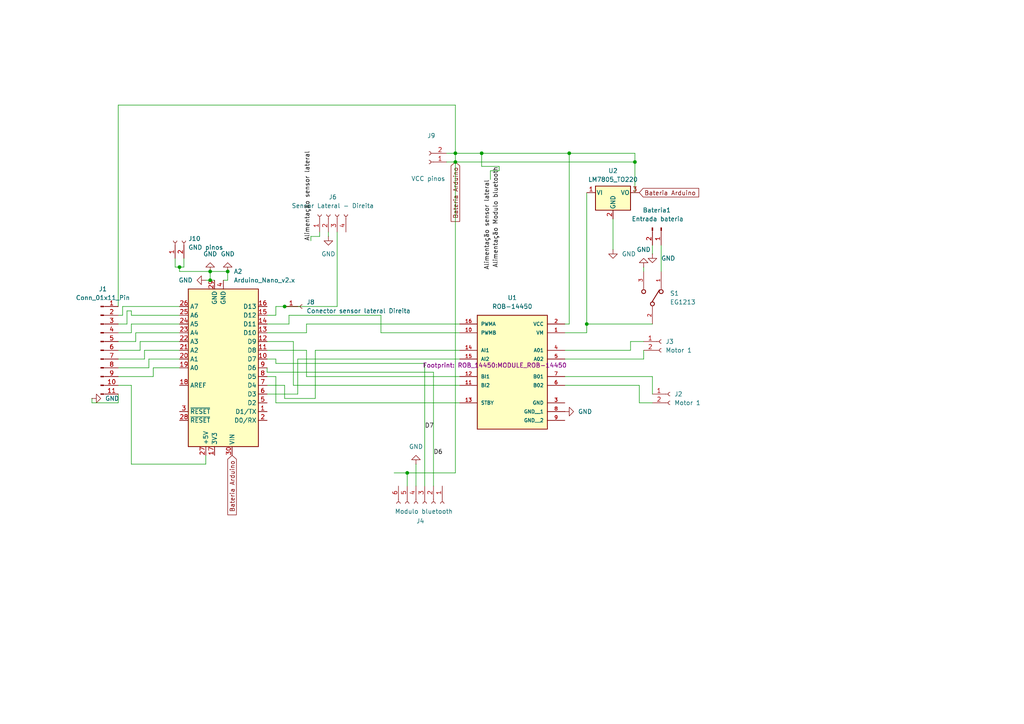
<source format=kicad_sch>
(kicad_sch (version 20231120) (generator "eeschema") (generator_version "8.0")
  (paper "A4")
  (lib_symbols
    (symbol "Conn_01x02_Socket_1" (pin_names (offset 1.016) hide)
      (property "Reference" "J" (at 0 2.54 0))
      (property "Value" "Conn_01x02_Socket" (at 0 -5.08 0))
      (symbol "Conn_01x02_Socket_1_1_1"
        (arc (start 0 -2.032) (mid -0.5058 -2.54) (end 0 -3.048) (stroke (width 0.1524)))
        (polyline (pts (xy -1.27 -2.54) (xy -0.508 -2.54)) (stroke (width 0.1524)))
        (polyline (pts (xy -1.27 0) (xy -0.508 0)) (stroke (width 0.1524)))
        (arc (start 0 0.508) (mid -0.5058 0) (end 0 -0.508) (stroke (width 0.1524)))
        (pin passive line (at -5.08 0 0) (length 3.81) (name "Pin_1") (number "1"))
        (pin passive line (at -5.08 -2.54 0) (length 3.81) (name "Pin_2") (number "2"))
      )
    )
    (symbol "Conn_01x10_Pin_1" (pin_names (offset 1.016) hide)
      (property "Reference" "Bateria1" (at -5.08 8.89 90))
      (property "Value" "Entrada bateria" (at -2.54 9.144 90))
      (symbol "Conn_01x10_Pin_1_1_1"
        (polyline (pts (xy 1.27 7.62) (xy 0.8636 7.62)) (stroke (width 0.1524)))
        (polyline (pts (xy 1.27 10.16) (xy 0.8636 10.16)) (stroke (width 0.1524)))
        (rectangle (start 0.8636 7.747) (end 0 7.493) (stroke (width 0.1524)) (fill (type outline)))
        (rectangle (start 0.8636 10.287) (end 0 10.033) (stroke (width 0.1524)) (fill (type outline)))
        (pin passive line (at 5.08 10.16 180) (length 3.81) (name "+") (number "1"))
        (pin passive line (at 5.08 7.62 180) (length 3.81) (name "-") (number "2"))
      )
    )
    (symbol "Connector:Conn_01x01_Socket" (pin_names (offset 1.016) hide)
      (property "Reference" "J" (at 0 2.54 0))
      (property "Value" "Conn_01x01_Socket" (at 0 -2.54 0))
      (symbol "Conn_01x01_Socket_1_1"
        (polyline (pts (xy -1.27 0) (xy -0.508 0)) (stroke (width 0.1524)))
        (arc (start 0 0.508) (mid -0.5058 0) (end 0 -0.508) (stroke (width 0.1524)))
        (pin passive line (at -5.08 0 0) (length 3.81) (name "Pin_1") (number "1"))
      )
    )
    (symbol "Connector:Conn_01x02_Socket" (pin_names (offset 1.016) hide)
      (property "Reference" "J2" (at 1.27 0.0001 0))
      (property "Value" "Motor 1" (at 1.27 -2.5399 0))
      (symbol "Conn_01x02_Socket_1_1"
        (arc (start 0 -2.032) (mid -0.5058 -2.54) (end 0 -3.048) (stroke (width 0.1524)))
        (polyline (pts (xy -1.27 -2.54) (xy -0.508 -2.54)) (stroke (width 0.1524)))
        (polyline (pts (xy -1.27 0) (xy -0.508 0)) (stroke (width 0.1524)))
        (arc (start 0 0.508) (mid -0.5058 0) (end 0 -0.508) (stroke (width 0.1524)))
        (pin passive line (at -5.08 0 0) (length 3.81) (name "+") (number "1"))
        (pin passive line (at -5.08 -2.54 0) (length 3.81) (name "-") (number "2"))
      )
    )
    (symbol "Connector:Conn_01x04_Socket" (pin_names (offset 1.016) hide)
      (property "Reference" "J5" (at 5.08 -1.27 90))
      (property "Value" "Sensor Lateral - Esquerda" (at 2.54 -1.27 90))
      (symbol "Conn_01x04_Socket_1_1"
        (arc (start 0 -4.572) (mid -0.5058 -5.08) (end 0 -5.588) (stroke (width 0.1524)))
        (arc (start 0 -2.032) (mid -0.5058 -2.54) (end 0 -3.048) (stroke (width 0.1524)))
        (polyline (pts (xy -1.27 -5.08) (xy -0.508 -5.08)) (stroke (width 0.1524)))
        (polyline (pts (xy -1.27 -2.54) (xy -0.508 -2.54)) (stroke (width 0.1524)))
        (polyline (pts (xy -1.27 0) (xy -0.508 0)) (stroke (width 0.1524)))
        (polyline (pts (xy -1.27 2.54) (xy -0.508 2.54)) (stroke (width 0.1524)))
        (arc (start 0 0.508) (mid -0.5058 0) (end 0 -0.508) (stroke (width 0.1524)))
        (arc (start 0 3.048) (mid -0.5058 2.54) (end 0 2.032) (stroke (width 0.1524)))
        (pin passive line (at -5.08 2.54 0) (length 3.81) (name "VCC") (number "1"))
        (pin passive line (at -5.08 0 0) (length 3.81) (name "GND") (number "2"))
        (pin passive line (at -5.08 -2.54 0) (length 3.81) (name "D0") (number "3"))
        (pin passive line (at -5.08 -5.08 0) (length 3.81) (name "A0") (number "4"))
      )
    )
    (symbol "Connector:Conn_01x06_Socket" (pin_names (offset 1.016) hide)
      (property "Reference" "J4" (at 5.08 -1.27 90))
      (property "Value" "Modulo bluetooth" (at 2.54 -1.27 90))
      (symbol "Conn_01x06_Socket_1_1"
        (arc (start 0 -7.112) (mid -0.5058 -7.62) (end 0 -8.128) (stroke (width 0.1524)))
        (arc (start 0 -4.572) (mid -0.5058 -5.08) (end 0 -5.588) (stroke (width 0.1524)))
        (arc (start 0 -2.032) (mid -0.5058 -2.54) (end 0 -3.048) (stroke (width 0.1524)))
        (polyline (pts (xy -1.27 -7.62) (xy -0.508 -7.62)) (stroke (width 0.1524)))
        (polyline (pts (xy -1.27 -5.08) (xy -0.508 -5.08)) (stroke (width 0.1524)))
        (polyline (pts (xy -1.27 -2.54) (xy -0.508 -2.54)) (stroke (width 0.1524)))
        (polyline (pts (xy -1.27 0) (xy -0.508 0)) (stroke (width 0.1524)))
        (polyline (pts (xy -1.27 2.54) (xy -0.508 2.54)) (stroke (width 0.1524)))
        (polyline (pts (xy -1.27 5.08) (xy -0.508 5.08)) (stroke (width 0.1524)))
        (arc (start 0 0.508) (mid -0.5058 0) (end 0 -0.508) (stroke (width 0.1524)))
        (arc (start 0 3.048) (mid -0.5058 2.54) (end 0 2.032) (stroke (width 0.1524)))
        (arc (start 0 5.588) (mid -0.5058 5.08) (end 0 4.572) (stroke (width 0.1524)))
        (pin passive line (at -5.08 5.08 0) (length 3.81) (name "State") (number "1"))
        (pin passive line (at -5.08 2.54 0) (length 3.81) (name "RX") (number "2"))
        (pin passive line (at -5.08 0 0) (length 3.81) (name "TX") (number "3"))
        (pin passive line (at -5.08 -2.54 0) (length 3.81) (name "GND") (number "4"))
        (pin passive line (at -5.08 -5.08 0) (length 3.81) (name "VCC") (number "5"))
        (pin passive line (at -5.08 -7.62 0) (length 3.81) (name "EN") (number "6"))
      )
    )
    (symbol "Connector:Conn_01x11_Pin" (pin_names (offset 1.016) hide)
      (property "Reference" "J" (at 0 15.24 0))
      (property "Value" "Conn_01x11_Pin" (at 0 -15.24 0))
      (symbol "Conn_01x11_Pin_1_1"
        (polyline (pts (xy 1.27 -12.7) (xy 0.8636 -12.7)) (stroke (width 0.1524)))
        (polyline (pts (xy 1.27 -10.16) (xy 0.8636 -10.16)) (stroke (width 0.1524)))
        (polyline (pts (xy 1.27 -7.62) (xy 0.8636 -7.62)) (stroke (width 0.1524)))
        (polyline (pts (xy 1.27 -5.08) (xy 0.8636 -5.08)) (stroke (width 0.1524)))
        (polyline (pts (xy 1.27 -2.54) (xy 0.8636 -2.54)) (stroke (width 0.1524)))
        (polyline (pts (xy 1.27 0) (xy 0.8636 0)) (stroke (width 0.1524)))
        (polyline (pts (xy 1.27 2.54) (xy 0.8636 2.54)) (stroke (width 0.1524)))
        (polyline (pts (xy 1.27 5.08) (xy 0.8636 5.08)) (stroke (width 0.1524)))
        (polyline (pts (xy 1.27 7.62) (xy 0.8636 7.62)) (stroke (width 0.1524)))
        (polyline (pts (xy 1.27 10.16) (xy 0.8636 10.16)) (stroke (width 0.1524)))
        (polyline (pts (xy 1.27 12.7) (xy 0.8636 12.7)) (stroke (width 0.1524)))
        (rectangle (start 0.8636 -12.573) (end 0 -12.827) (stroke (width 0.1524)) (fill (type outline)))
        (rectangle (start 0.8636 -10.033) (end 0 -10.287) (stroke (width 0.1524)) (fill (type outline)))
        (rectangle (start 0.8636 -7.493) (end 0 -7.747) (stroke (width 0.1524)) (fill (type outline)))
        (rectangle (start 0.8636 -4.953) (end 0 -5.207) (stroke (width 0.1524)) (fill (type outline)))
        (rectangle (start 0.8636 -2.413) (end 0 -2.667) (stroke (width 0.1524)) (fill (type outline)))
        (rectangle (start 0.8636 0.127) (end 0 -0.127) (stroke (width 0.1524)) (fill (type outline)))
        (rectangle (start 0.8636 2.667) (end 0 2.413) (stroke (width 0.1524)) (fill (type outline)))
        (rectangle (start 0.8636 5.207) (end 0 4.953) (stroke (width 0.1524)) (fill (type outline)))
        (rectangle (start 0.8636 7.747) (end 0 7.493) (stroke (width 0.1524)) (fill (type outline)))
        (rectangle (start 0.8636 10.287) (end 0 10.033) (stroke (width 0.1524)) (fill (type outline)))
        (rectangle (start 0.8636 12.827) (end 0 12.573) (stroke (width 0.1524)) (fill (type outline)))
        (pin passive line (at 5.08 12.7 180) (length 3.81) (name "Pin_1") (number "1"))
        (pin passive line (at 5.08 -10.16 180) (length 3.81) (name "Pin_10") (number "10"))
        (pin passive line (at 5.08 -12.7 180) (length 3.81) (name "Pin_11") (number "11"))
        (pin passive line (at 5.08 10.16 180) (length 3.81) (name "Pin_2") (number "2"))
        (pin passive line (at 5.08 7.62 180) (length 3.81) (name "Pin_3") (number "3"))
        (pin passive line (at 5.08 5.08 180) (length 3.81) (name "Pin_4") (number "4"))
        (pin passive line (at 5.08 2.54 180) (length 3.81) (name "Pin_5") (number "5"))
        (pin passive line (at 5.08 0 180) (length 3.81) (name "Pin_6") (number "6"))
        (pin passive line (at 5.08 -2.54 180) (length 3.81) (name "Pin_7") (number "7"))
        (pin passive line (at 5.08 -5.08 180) (length 3.81) (name "Pin_8") (number "8"))
        (pin passive line (at 5.08 -7.62 180) (length 3.81) (name "Pin_9") (number "9"))
      )
    )
    (symbol "MCU_Module:Arduino_Nano_v2.x"
      (property "Reference" "A" (at -10.16 23.495 0))
      (property "Value" "Arduino_Nano_v2.x" (at 5.08 -24.13 0))
      (symbol "Arduino_Nano_v2.x_0_1"
        (rectangle (start -10.16 22.86) (end 10.16 -22.86) (stroke (width 0.254)) (fill (type background)))
      )
      (symbol "Arduino_Nano_v2.x_1_1"
        (pin bidirectional line (at -12.7 12.7 0) (length 2.54) (name "D1/TX") (number "1"))
        (pin bidirectional line (at -12.7 -2.54 0) (length 2.54) (name "D7") (number "10"))
        (pin bidirectional line (at -12.7 -5.08 0) (length 2.54) (name "D8") (number "11"))
        (pin bidirectional line (at -12.7 -7.62 0) (length 2.54) (name "D9") (number "12"))
        (pin bidirectional line (at -12.7 -10.16 0) (length 2.54) (name "D10") (number "13"))
        (pin bidirectional line (at -12.7 -12.7 0) (length 2.54) (name "D11") (number "14"))
        (pin bidirectional line (at -12.7 -15.24 0) (length 2.54) (name "D12") (number "15"))
        (pin bidirectional line (at -12.7 -17.78 0) (length 2.54) (name "D13") (number "16"))
        (pin power_out line (at 2.54 25.4 270) (length 2.54) (name "3V3") (number "17"))
        (pin input line (at 12.7 5.08 180) (length 2.54) (name "AREF") (number "18"))
        (pin bidirectional line (at 12.7 0 180) (length 2.54) (name "A0") (number "19"))
        (pin bidirectional line (at -12.7 15.24 0) (length 2.54) (name "D0/RX") (number "2"))
        (pin bidirectional line (at 12.7 -2.54 180) (length 2.54) (name "A1") (number "20"))
        (pin bidirectional line (at 12.7 -5.08 180) (length 2.54) (name "A2") (number "21"))
        (pin bidirectional line (at 12.7 -7.62 180) (length 2.54) (name "A3") (number "22"))
        (pin bidirectional line (at 12.7 -10.16 180) (length 2.54) (name "A4") (number "23"))
        (pin bidirectional line (at 12.7 -12.7 180) (length 2.54) (name "A5") (number "24"))
        (pin bidirectional line (at 12.7 -15.24 180) (length 2.54) (name "A6") (number "25"))
        (pin bidirectional line (at 12.7 -17.78 180) (length 2.54) (name "A7") (number "26"))
        (pin power_out line (at 5.08 25.4 270) (length 2.54) (name "+5V") (number "27"))
        (pin input line (at 12.7 15.24 180) (length 2.54) (name "~{RESET}") (number "28"))
        (pin power_in line (at 2.54 -25.4 90) (length 2.54) (name "GND") (number "29"))
        (pin input line (at 12.7 12.7 180) (length 2.54) (name "~{RESET}") (number "3"))
        (pin power_in line (at -2.54 25.4 270) (length 2.54) (name "VIN") (number "30"))
        (pin power_in line (at 0 -25.4 90) (length 2.54) (name "GND") (number "4"))
        (pin bidirectional line (at -12.7 10.16 0) (length 2.54) (name "D2") (number "5"))
        (pin bidirectional line (at -12.7 7.62 0) (length 2.54) (name "D3") (number "6"))
        (pin bidirectional line (at -12.7 5.08 0) (length 2.54) (name "D4") (number "7"))
        (pin bidirectional line (at -12.7 2.54 0) (length 2.54) (name "D5") (number "8"))
        (pin bidirectional line (at -12.7 0 0) (length 2.54) (name "D6") (number "9"))
      )
    )
    (symbol "ROB-Board-14450:ROB-14450" (pin_names (offset 1.016))
      (property "Reference" "U" (at -10.16 16.002 0))
      (property "Value" "ROB-14450" (at -10.16 -20.32 0))
      (symbol "ROB-14450_0_0"
        (rectangle (start -10.16 -17.78) (end 10.16 15.24) (stroke (width 0.254)) (fill (type background)))
        (pin power_in line (at 15.24 10.16 180) (length 5.08) (name "VM") (number "1"))
        (pin input line (at -15.24 10.16 0) (length 5.08) (name "PWMB") (number "10"))
        (pin input line (at -15.24 -5.08 0) (length 5.08) (name "BI2") (number "11"))
        (pin input line (at -15.24 -2.54 0) (length 5.08) (name "BI1") (number "12"))
        (pin input line (at -15.24 -10.16 0) (length 5.08) (name "STBY") (number "13"))
        (pin input line (at -15.24 5.08 0) (length 5.08) (name "AI1") (number "14"))
        (pin input line (at -15.24 2.54 0) (length 5.08) (name "AI2") (number "15"))
        (pin input line (at -15.24 12.7 0) (length 5.08) (name "PWMA") (number "16"))
        (pin power_in line (at 15.24 12.7 180) (length 5.08) (name "VCC") (number "2"))
        (pin power_in line (at 15.24 -10.16 180) (length 5.08) (name "GND") (number "3"))
        (pin output line (at 15.24 5.08 180) (length 5.08) (name "A01") (number "4"))
        (pin output line (at 15.24 2.54 180) (length 5.08) (name "A02") (number "5"))
        (pin output line (at 15.24 -5.08 180) (length 5.08) (name "B02") (number "6"))
        (pin output line (at 15.24 -2.54 180) (length 5.08) (name "B01") (number "7"))
        (pin power_in line (at 15.24 -12.7 180) (length 5.08) (name "GND__1") (number "8"))
        (pin power_in line (at 15.24 -15.24 180) (length 5.08) (name "GND__2") (number "9"))
      )
    )
    (symbol "Regulator_Linear:LM7805_TO220" (pin_names (offset 0.254))
      (property "Reference" "U" (at -3.81 3.175 0))
      (property "Value" "LM7805_TO220" (at 0 3.175 0))
      (symbol "LM7805_TO220_0_1"
        (rectangle (start -5.08 1.905) (end 5.08 -5.08) (stroke (width 0.254)) (fill (type background)))
      )
      (symbol "LM7805_TO220_1_1"
        (pin power_in line (at -7.62 0 0) (length 2.54) (name "VI") (number "1"))
        (pin power_in line (at 0 -7.62 90) (length 2.54) (name "GND") (number "2"))
        (pin power_out line (at 7.62 0 180) (length 2.54) (name "VO") (number "3"))
      )
    )
    (symbol "Switch EG1213:EG1213" (pin_names (offset 1.016))
      (property "Reference" "S" (at 0 0 0))
      (property "Value" "EG1213" (at 0 0 0))
      (symbol "EG1213_0_0"
        (circle (center -1.778 -2.54) (radius 0.568) (stroke (width 0.254)))
        (circle (center -1.778 2.54) (radius 0.568) (stroke (width 0.254)))
        (polyline (pts (xy 1.016 0) (xy -2.286 2.032)) (stroke (width 0.254)))
        (circle (center 1.778 0) (radius 0.568) (stroke (width 0.254)))
        (pin passive line (at -7.62 2.54 0) (length 5.08) (name "~") (number "1"))
        (pin passive line (at 7.62 0 180) (length 5.08) (name "~") (number "2"))
        (pin passive line (at -7.62 -2.54 0) (length 5.08) (name "~") (number "3"))
      )
    )
    (symbol "power:GND" (power) (pin_numbers hide) (pin_names (offset 0) hide)
      (property "Value" "GND" (at 0 -3.81 0))
      (symbol "GND_0_1"
        (polyline (pts (xy 0 0) (xy 0 -1.27) (xy 1.27 -1.27) (xy 0 -2.54) (xy -1.27 -1.27) (xy 0 -1.27)))
      )
      (symbol "GND_1_1"
        (pin power_in line (at 0 0 270) (length 0) (name "~") (number "1"))
      )
    )
  )
  (junction (at 82.55 88.9))
  (junction (at 184.15 46.99))
  (junction (at 118.11 137.16))
  (junction (at 66.04 78.74))
  (junction (at 132.08 44.45))
  (junction (at 170.18 93.98))
  (junction (at 139.7 44.45))
  (junction (at 60.96 78.74))
  (junction (at 132.08 46.99))
  (junction (at 52.07 77.47))
  (junction (at 60.96 81.28))
  (junction (at 165.1 44.45))
  (wire (pts (xy 52.07 78.74) (xy 52.07 77.47)))
  (wire (pts (xy 129.54 44.45) (xy 132.08 44.45)))
  (wire (pts (xy 82.55 115.57) (xy 91.44 115.57)))
  (wire (pts (xy 80.01 88.9) (xy 80.01 91.44)))
  (wire (pts (xy 110.49 96.52) (xy 110.49 91.44)))
  (wire (pts (xy 182.88 99.06) (xy 186.69 99.06)))
  (wire (pts (xy 77.47 111.76) (xy 82.55 111.76)))
  (wire (pts (xy 52.07 93.98) (xy 38.1 93.98)))
  (wire (pts (xy 66.04 81.28) (xy 64.77 81.28)))
  (wire (pts (xy 83.82 91.44) (xy 83.82 93.98)))
  (wire (pts (xy 86.36 114.3) (xy 86.36 104.14)))
  (wire (pts (xy 60.96 78.74) (xy 52.07 78.74)))
  (wire (pts (xy 88.9 93.98) (xy 88.9 96.52)))
  (wire (pts (xy 118.11 137.16) (xy 132.08 137.16)))
  (wire (pts (xy 38.1 90.17) (xy 36.83 90.17)))
  (wire (pts (xy 38.1 91.44) (xy 38.1 90.17)))
  (wire (pts (xy 132.08 46.99) (xy 184.15 46.99)))
  (wire (pts (xy 80.01 116.84) (xy 80.01 109.22)))
  (wire (pts (xy 88.9 96.52) (xy 77.47 96.52)))
  (wire (pts (xy 36.83 90.17) (xy 36.83 93.98)))
  (wire (pts (xy 36.83 93.98) (xy 34.29 93.98)))
  (wire (pts (xy 82.55 88.9) (xy 97.79 88.9)))
  (wire (pts (xy 186.69 104.14) (xy 186.69 101.6)))
  (wire (pts (xy 38.1 111.76) (xy 34.29 111.76)))
  (wire (pts (xy 38.1 96.52) (xy 34.29 96.52)))
  (wire (pts (xy 163.83 109.22) (xy 189.23 109.22)))
  (wire (pts (xy 144.78 48.26) (xy 139.7 48.26)))
  (wire (pts (xy 123.19 140.97) (xy 123.19 105.41)))
  (wire (pts (xy 110.49 91.44) (xy 83.82 91.44)))
  (wire (pts (xy 41.91 104.14) (xy 34.29 104.14)))
  (wire (pts (xy 88.9 101.6) (xy 77.47 101.6)))
  (wire (pts (xy 170.18 93.98) (xy 170.18 96.52)))
  (wire (pts (xy 52.07 77.47) (xy 50.8 77.47)))
  (wire (pts (xy 77.47 107.95) (xy 77.47 106.68)))
  (wire (pts (xy 185.42 111.76) (xy 185.42 116.84)))
  (wire (pts (xy 182.88 101.6) (xy 182.88 99.06)))
  (wire (pts (xy 163.83 111.76) (xy 185.42 111.76)))
  (wire (pts (xy 163.83 96.52) (xy 170.18 96.52)))
  (wire (pts (xy 40.64 101.6) (xy 34.29 101.6)))
  (wire (pts (xy 120.65 134.62) (xy 120.65 140.97)))
  (wire (pts (xy 52.07 99.06) (xy 40.64 99.06)))
  (wire (pts (xy 35.56 88.9) (xy 35.56 91.44)))
  (wire (pts (xy 80.01 109.22) (xy 77.47 109.22)))
  (wire (pts (xy 189.23 73.66) (xy 189.23 71.12)))
  (wire (pts (xy 191.77 71.12) (xy 191.77 78.74)))
  (wire (pts (xy 52.07 88.9) (xy 35.56 88.9)))
  (wire (pts (xy 80.01 91.44) (xy 77.47 91.44)))
  (wire (pts (xy 90.17 69.85) (xy 90.17 68.58)))
  (wire (pts (xy 125.73 107.95) (xy 77.47 107.95)))
  (wire (pts (xy 60.96 81.28) (xy 62.23 81.28)))
  (wire (pts (xy 52.07 91.44) (xy 38.1 91.44)))
  (wire (pts (xy 133.35 109.22) (xy 88.9 109.22)))
  (wire (pts (xy 118.11 140.97) (xy 118.11 137.16)))
  (wire (pts (xy 189.23 109.22) (xy 189.23 114.3)))
  (wire (pts (xy 59.69 134.62) (xy 59.69 132.08)))
  (wire (pts (xy 34.29 30.48) (xy 132.08 30.48)))
  (wire (pts (xy 165.1 93.98) (xy 163.83 93.98)))
  (wire (pts (xy 38.1 93.98) (xy 38.1 96.52)))
  (wire (pts (xy 50.8 77.47) (xy 50.8 74.93)))
  (wire (pts (xy 52.07 77.47) (xy 53.34 77.47)))
  (wire (pts (xy 123.19 105.41) (xy 80.01 105.41)))
  (wire (pts (xy 39.37 96.52) (xy 39.37 99.06)))
  (wire (pts (xy 114.3 137.16) (xy 118.11 137.16)))
  (wire (pts (xy 132.08 44.45) (xy 132.08 46.99)))
  (wire (pts (xy 80.01 105.41) (xy 80.01 104.14)))
  (wire (pts (xy 139.7 44.45) (xy 165.1 44.45)))
  (wire (pts (xy 139.7 44.45) (xy 139.7 48.26)))
  (wire (pts (xy 77.47 114.3) (xy 86.36 114.3)))
  (wire (pts (xy 177.8 63.5) (xy 177.8 72.39)))
  (wire (pts (xy 60.96 78.74) (xy 60.96 81.28)))
  (wire (pts (xy 184.15 55.88) (xy 184.15 46.99)))
  (wire (pts (xy 133.35 111.76) (xy 85.09 111.76)))
  (wire (pts (xy 39.37 99.06) (xy 34.29 99.06)))
  (wire (pts (xy 91.44 115.57) (xy 91.44 101.6)))
  (wire (pts (xy 53.34 77.47) (xy 53.34 74.93)))
  (wire (pts (xy 52.07 104.14) (xy 43.18 104.14)))
  (wire (pts (xy 165.1 44.45) (xy 184.15 44.45)))
  (wire (pts (xy 34.29 30.48) (xy 34.29 88.9)))
  (wire (pts (xy 41.91 101.6) (xy 41.91 104.14)))
  (wire (pts (xy 80.01 88.9) (xy 82.55 88.9)))
  (wire (pts (xy 38.1 111.76) (xy 38.1 134.62)))
  (wire (pts (xy 34.29 116.84) (xy 34.29 114.3)))
  (wire (pts (xy 132.08 44.45) (xy 139.7 44.45)))
  (wire (pts (xy 66.04 78.74) (xy 66.04 81.28)))
  (wire (pts (xy 184.15 46.99) (xy 184.15 44.45)))
  (wire (pts (xy 52.07 106.68) (xy 44.45 106.68)))
  (wire (pts (xy 86.36 104.14) (xy 133.35 104.14)))
  (wire (pts (xy 43.18 104.14) (xy 43.18 106.68)))
  (wire (pts (xy 88.9 109.22) (xy 88.9 101.6)))
  (wire (pts (xy 165.1 93.98) (xy 165.1 44.45)))
  (wire (pts (xy 52.07 101.6) (xy 41.91 101.6)))
  (wire (pts (xy 185.42 116.84) (xy 189.23 116.84)))
  (wire (pts (xy 26.67 115.57) (xy 26.67 116.84)))
  (wire (pts (xy 80.01 116.84) (xy 133.35 116.84)))
  (wire (pts (xy 90.17 68.58) (xy 92.71 68.58)))
  (wire (pts (xy 133.35 96.52) (xy 110.49 96.52)))
  (wire (pts (xy 40.64 99.06) (xy 40.64 101.6)))
  (wire (pts (xy 26.67 116.84) (xy 34.29 116.84)))
  (wire (pts (xy 163.83 104.14) (xy 186.69 104.14)))
  (wire (pts (xy 38.1 134.62) (xy 59.69 134.62)))
  (wire (pts (xy 144.78 49.53) (xy 142.24 49.53)))
  (wire (pts (xy 88.9 93.98) (xy 133.35 93.98)))
  (wire (pts (xy 52.07 96.52) (xy 39.37 96.52)))
  (wire (pts (xy 163.83 101.6) (xy 182.88 101.6)))
  (wire (pts (xy 92.71 68.58) (xy 92.71 67.31)))
  (wire (pts (xy 133.35 101.6) (xy 91.44 101.6)))
  (wire (pts (xy 144.78 49.53) (xy 144.78 48.26)))
  (wire (pts (xy 66.04 78.74) (xy 60.96 78.74)))
  (wire (pts (xy 95.25 68.58) (xy 95.25 67.31)))
  (wire (pts (xy 186.69 77.47) (xy 186.69 78.74)))
  (wire (pts (xy 43.18 106.68) (xy 34.29 106.68)))
  (wire (pts (xy 125.73 140.97) (xy 125.73 107.95)))
  (wire (pts (xy 85.09 99.06) (xy 77.47 99.06)))
  (wire (pts (xy 170.18 93.98) (xy 189.23 93.98)))
  (wire (pts (xy 44.45 106.68) (xy 44.45 109.22)))
  (wire (pts (xy 132.08 46.99) (xy 132.08 137.16)))
  (wire (pts (xy 142.24 49.53) (xy 142.24 52.07)))
  (wire (pts (xy 132.08 46.99) (xy 129.54 46.99)))
  (wire (pts (xy 35.56 91.44) (xy 34.29 91.44)))
  (wire (pts (xy 170.18 55.88) (xy 170.18 93.98)))
  (wire (pts (xy 80.01 104.14) (xy 77.47 104.14)))
  (wire (pts (xy 85.09 111.76) (xy 85.09 99.06)))
  (wire (pts (xy 83.82 93.98) (xy 77.47 93.98)))
  (wire (pts (xy 44.45 109.22) (xy 34.29 109.22)))
  (wire (pts (xy 82.55 111.76) (xy 82.55 115.57)))
  (wire (pts (xy 132.08 30.48) (xy 132.08 44.45)))
  (wire (pts (xy 60.96 81.28) (xy 59.69 81.28)))
  (wire (pts (xy 97.79 67.31) (xy 97.79 88.9)))
  (label "D7" (at 123.19 124.46 0))
  (label "D6" (at 125.73 132.08 0))
  (label "Alimentação sensor lateral" (at 142.24 52.07 270))
  (label "Alimentação Modulo bluetooth" (at 144.78 48.26 270))
  (label "Alimentação sensor lateral" (at 90.17 69.85 90))
  (global_label "Bateria Arduino" (shape input) (at 132.08 46.99 270) (property "Intersheetrefs" "${INTERSHEET_REFS}" (effects (hide yes))))
  (global_label "Bateria Arduino" (shape input) (at 67.31 132.08 270) (property "Intersheetrefs" "${INTERSHEET_REFS}" (effects (hide yes))))
  (global_label "Bateria Arduino" (shape input) (at 185.42 55.88 0) (property "Intersheetrefs" "${INTERSHEET_REFS}" (effects (hide yes))))
  (symbol (lib_id "power:GND") (at 186.69 77.47 180) (unit 1)
    (property "Reference" "#PWR011" (effects (hide yes)))
    (property "Value" "GND" (at 186.69 72.39 0))
    (property "Description" "Power symbol creates a global label with name \"GND\" , ground" (effects (hide yes)))
  )
  (symbol (lib_id "Connector:Conn_01x06_Socket") (at 123.19 146.05 270) (unit 1)
    (property "Reference" "J4" (at 121.92 151.13 90))
    (property "Value" "Modulo bluetooth" (at 122.936 148.336 90))
    (property "Footprint" "Connector_PinSocket_2.54mm:PinSocket_1x06_P2.54mm_Vertical" (effects (hide yes)))
    (property "Description" "Generic connector, single row, 01x06, script generated" (effects (hide yes)))
  )
  (symbol (lib_name "Conn_01x02_Socket_1") (lib_id "Connector:Conn_01x02_Socket") (at 50.8 69.85 90) (unit 1)
    (property "Reference" "J10" (at 54.61 69.2149 90) (effects (justify right)))
    (property "Value" "GND pinos" (at 54.61 71.7549 90) (effects (justify right)))
    (property "Footprint" "Connector_PinSocket_2.54mm:PinSocket_1x02_P2.54mm_Vertical" (effects (hide yes)))
    (property "Description" "Generic connector, single row, 01x02, script generated" (effects (hide yes)))
  )
  (symbol (lib_id "Connector:Conn_01x04_Socket") (at 95.25 62.23 90) (unit 1)
    (property "Reference" "J6" (at 96.52 57.15 90))
    (property "Value" "Sensor Lateral - Direita" (at 96.52 59.69 90))
    (property "Footprint" "Connector_PinSocket_2.54mm:PinSocket_1x04_P2.54mm_Horizontal" (effects (hide yes)))
    (property "Description" "Generic connector, single row, 01x04, script generated" (effects (hide yes)))
  )
  (symbol (lib_id "Connector:Conn_01x01_Socket") (at 87.63 88.9 0) (unit 1)
    (property "Reference" "J8" (at 88.9 87.6299 0) (effects (justify left)))
    (property "Value" "Conector sensor lateral Direita" (at 88.9 90.1699 0) (effects (justify left)))
    (property "Footprint" "Connector_PinSocket_2.54mm:PinSocket_1x01_P2.54mm_Vertical" (effects (hide yes)))
    (property "Description" "Generic connector, single row, 01x01, script generated" (effects (hide yes)))
  )
  (symbol (lib_id "power:GND") (at 189.23 73.66 0) (unit 1)
    (property "Reference" "#PWR09" (effects (hide yes)))
    (property "Value" "GND" (at 191.77 74.9299 0) (effects (justify left)))
    (property "Description" "Power symbol creates a global label with name \"GND\" , ground" (effects (hide yes)))
  )
  (symbol (lib_id "power:GND") (at 120.65 134.62 180) (unit 1)
    (property "Reference" "#PWR01" (effects (hide yes)))
    (property "Value" "GND" (at 120.65 129.54 0))
    (property "Description" "Power symbol creates a global label with name \"GND\" , ground" (effects (hide yes)))
  )
  (symbol (lib_id "Regulator_Linear:LM7805_TO220") (at 177.8 55.88 0) (unit 1)
    (property "Reference" "U2" (at 177.8 49.53 0))
    (property "Value" "LM7805_TO220" (at 177.8 52.07 0))
    (property "Footprint" "Package_TO_SOT_THT:TO-220-3_Vertical" (effects (hide yes)))
    (property "Datasheet" "https://www.onsemi.cn/PowerSolutions/document/MC7800-D.PDF" (effects (hide yes)))
    (property "Description" "Positive 1A 35V Linear Regulator, Fixed Output 5V, TO-220" (effects (hide yes)))
  )
  (symbol (lib_id "power:GND") (at 95.25 68.58 0) (unit 1)
    (property "Reference" "#PWR08" (effects (hide yes)))
    (property "Value" "GND" (at 95.25 73.66 0))
    (property "Description" "Power symbol creates a global label with name \"GND\" , ground" (effects (hide yes)))
  )
  (symbol (lib_id "Connector:Conn_01x02_Socket") (at 191.77 99.06 0) (unit 1)
    (property "Reference" "J3" (at 193.04 99.0599 0) (effects (justify left)))
    (property "Value" "Motor 1" (at 193.04 101.5999 0) (effects (justify left)))
    (property "Footprint" "Connector_PinSocket_2.54mm:PinSocket_1x02_P2.54mm_Vertical" (effects (hide yes)))
    (property "Description" "Generic connector, single row, 01x02, script generated" (effects (hide yes)))
  )
  (symbol (lib_id "power:GND") (at 59.69 81.28 270) (unit 1)
    (property "Reference" "#PWR03" (effects (hide yes)))
    (property "Value" "GND" (at 55.88 81.2799 90) (effects (justify right)))
    (property "Description" "Power symbol creates a global label with name \"GND\" , ground" (effects (hide yes)))
  )
  (symbol (lib_id "Connector:Conn_01x11_Pin") (at 29.21 101.6 0) (unit 1)
    (property "Reference" "J1" (at 29.845 83.82 0))
    (property "Value" "Conn_01x11_Pin" (at 29.845 86.36 0))
    (property "Footprint" "Connector_PinSocket_2.54mm:PinSocket_1x11_P2.54mm_Vertical" (effects (hide yes)))
    (property "Description" "Generic connector, single row, 01x11, script generated" (effects (hide yes)))
  )
  (symbol (lib_id "power:GND") (at 177.8 72.39 0) (unit 1)
    (property "Reference" "#PWR05" (effects (hide yes)))
    (property "Value" "GND" (at 180.34 73.6599 0) (effects (justify left)))
    (property "Description" "Power symbol creates a global label with name \"GND\" , ground" (effects (hide yes)))
  )
  (symbol (lib_id "Switch EG1213:EG1213") (at 189.23 86.36 270) (unit 1)
    (property "Reference" "S1" (at 194.31 85.0899 90) (effects (justify left)))
    (property "Value" "EG1213" (at 194.31 87.6299 90) (effects (justify left)))
    (property "Footprint" "EG1213:SW_EG1213" (effects (hide yes)))
    (property "MF" "E-Switch" (effects (hide yes)))
    (property "Description_1" "\nSlide Switch, EG Series, SPDT, Non-Shorting, ON-ON, 200mA DC, 30VDC, R/A, PC | E-Switch EG1213\n" (effects (hide yes)))
    (property "Package" "None" (effects (hide yes)))
    (property "Price" "None" (effects (hide yes)))
    (property "Check_prices" "https://www.snapeda.com/parts/EG1213/E-Switch/view-part/?ref=eda" (effects (hide yes)))
    (property "SnapEDA_Link" "https://www.snapeda.com/parts/EG1213/E-Switch/view-part/?ref=snap" (effects (hide yes)))
    (property "MP" "EG1213" (effects (hide yes)))
    (property "Purchase-URL" "https://www.snapeda.com/api/url_track_click_mouser/?unipart_id=13820&manufacturer=E-Switch&part_name=EG1213&search_term=None" (effects (hide yes)))
    (property "Availability" "In Stock" (effects (hide yes)))
    (property "MANUFACTURER" "E-Switch" (effects (hide yes)))
  )
  (symbol (lib_name "Conn_01x10_Pin_1") (lib_id "Connector:Conn_01x10_Pin") (at 181.61 66.04 270) (unit 1)
    (property "Reference" "Bateria1" (at 190.5 60.96 90))
    (property "Value" "Entrada bateria" (at 190.754 63.5 90))
    (property "Footprint" "Connector_PinSocket_2.54mm:PinSocket_1x02_P2.54mm_Vertical" (effects (hide yes)))
    (property "Description" "Generic connector, single row, 01x10, script generated" (effects (hide yes)))
  )
  (symbol (lib_name "Conn_01x02_Socket_1") (lib_id "Connector:Conn_01x02_Socket") (at 124.46 46.99 180) (unit 1)
    (property "Reference" "J9" (at 125.095 39.37 0))
    (property "Value" "VCC pinos" (at 124.206 51.816 0))
    (property "Footprint" "Connector_PinSocket_2.54mm:PinSocket_1x02_P2.54mm_Vertical" (effects (hide yes)))
    (property "Description" "Generic connector, single row, 01x02, script generated" (effects (hide yes)))
  )
  (symbol (lib_id "Connector:Conn_01x02_Socket") (at 194.31 114.3 0) (unit 1)
    (property "Reference" "J2" (at 195.58 114.2999 0) (effects (justify left)))
    (property "Value" "Motor 1" (at 195.58 116.8399 0) (effects (justify left)))
    (property "Footprint" "Connector_PinSocket_2.54mm:PinSocket_1x02_P2.54mm_Vertical" (effects (hide yes)))
    (property "Description" "Generic connector, single row, 01x02, script generated" (effects (hide yes)))
  )
  (symbol (lib_id "power:GND") (at 66.04 78.74 180) (unit 1)
    (property "Reference" "#PWR06" (effects (hide yes)))
    (property "Value" "GND" (at 66.04 73.66 0))
    (property "Description" "Power symbol creates a global label with name \"GND\" , ground" (effects (hide yes)))
  )
  (symbol (lib_id "power:GND") (at 60.96 78.74 180) (unit 1)
    (property "Reference" "#PWR02" (effects (hide yes)))
    (property "Value" "GND" (at 60.96 73.66 0))
    (property "Description" "Power symbol creates a global label with name \"GND\" , ground" (effects (hide yes)))
  )
  (symbol (lib_id "power:GND") (at 26.67 115.57 90) (unit 1)
    (property "Reference" "#PWR04" (effects (hide yes)))
    (property "Value" "GND" (at 30.48 115.5699 90) (effects (justify right)))
    (property "Description" "Power symbol creates a global label with name \"GND\" , ground" (effects (hide yes)))
  )
  (symbol (lib_id "ROB-Board-14450:ROB-14450") (at 148.59 106.68 0) (unit 1)
    (property "Reference" "U1" (at 148.59 86.36 0))
    (property "Value" "ROB-14450" (at 148.59 88.9 0))
    (property "Footprint" "ROB_14450:MODULE_ROB-14450" (at 143.51 106.68 0) (show_name yes) (effects (justify bottom)))
    (property "PARTREV" "11-13-17" (effects (hide yes)))
    (property "MANUFACTURER" "Sparkfun Electronics" (effects (hide yes)))
    (property "STANDARD" "Manufacturer Recommendation" (effects (hide yes)))
  )
  (symbol (lib_id "power:GND") (at 163.83 119.38 90) (unit 1)
    (property "Reference" "#PWR010" (effects (hide yes)))
    (property "Value" "GND" (at 167.64 119.3799 90) (effects (justify right)))
    (property "Description" "Power symbol creates a global label with name \"GND\" , ground" (effects (hide yes)))
  )
  (symbol (lib_id "MCU_Module:Arduino_Nano_v2.x") (at 64.77 106.68 180) (unit 1)
    (property "Reference" "A2" (at 67.7865 78.74 0) (effects (justify right)))
    (property "Value" "Arduino_Nano_v2.x" (at 67.7865 81.28 0) (effects (justify right)))
    (property "Footprint" "Module:Arduino_Nano" (effects (hide yes)))
    (property "Datasheet" "https://www.arduino.cc/en/uploads/Main/ArduinoNanoManual23.pdf" (effects (hide yes)))
    (property "Description" "Arduino Nano v2.x" (effects (hide yes)))
  )
)
</source>
